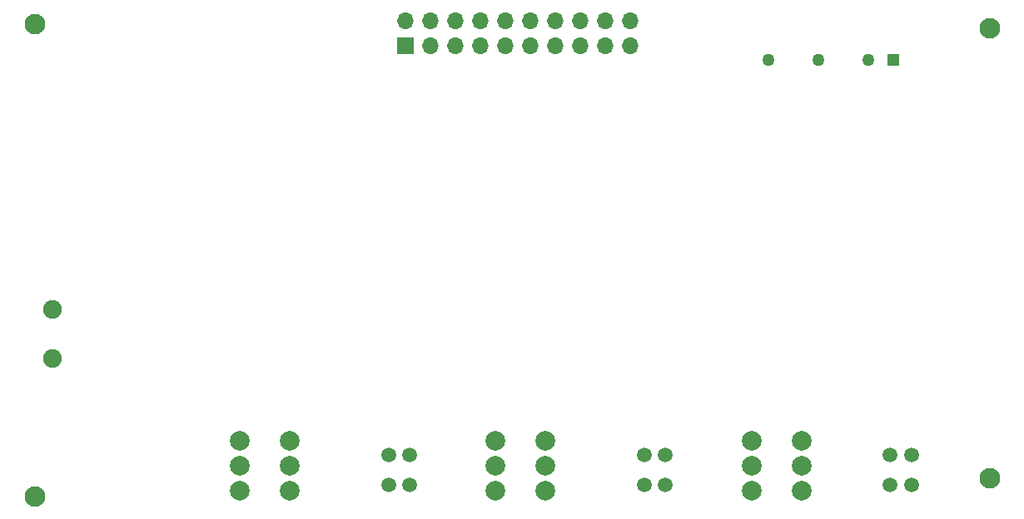
<source format=gbr>
%TF.GenerationSoftware,KiCad,Pcbnew,8.0.1*%
%TF.CreationDate,2024-03-29T13:27:46-04:00*%
%TF.ProjectId,Power_Stage,506f7765-725f-4537-9461-67652e6b6963,rev?*%
%TF.SameCoordinates,Original*%
%TF.FileFunction,Soldermask,Bot*%
%TF.FilePolarity,Negative*%
%FSLAX46Y46*%
G04 Gerber Fmt 4.6, Leading zero omitted, Abs format (unit mm)*
G04 Created by KiCad (PCBNEW 8.0.1) date 2024-03-29 13:27:46*
%MOMM*%
%LPD*%
G01*
G04 APERTURE LIST*
%ADD10C,1.500000*%
%ADD11C,2.100000*%
%ADD12C,1.905000*%
%ADD13R,1.270000X1.270000*%
%ADD14C,1.270000*%
%ADD15C,2.006600*%
%ADD16R,1.700000X1.700000*%
%ADD17O,1.700000X1.700000*%
G04 APERTURE END LIST*
D10*
%TO.C,T1*%
X129000000Y-148900000D03*
X129000000Y-151900000D03*
%TD*%
D11*
%TO.C,H4*%
X90900000Y-153100000D03*
%TD*%
%TO.C,H3*%
X188000000Y-151219799D03*
%TD*%
D12*
%TO.C,J1*%
X92698201Y-134100000D03*
X92698201Y-139100000D03*
%TD*%
D13*
%TO.C,U1*%
X178220000Y-108700000D03*
D14*
X175680000Y-108700000D03*
X170600000Y-108700000D03*
X165520000Y-108700000D03*
%TD*%
D10*
%TO.C,T4*%
X152900000Y-148900000D03*
X152900000Y-151900000D03*
%TD*%
D11*
%TO.C,H2*%
X90900000Y-105000000D03*
%TD*%
D15*
%TO.C,J4*%
X137784003Y-152511300D03*
X142864003Y-152511300D03*
X137784003Y-149971300D03*
X142864003Y-149971300D03*
X137784003Y-147431300D03*
X142864003Y-147431300D03*
%TD*%
D11*
%TO.C,H1*%
X188000000Y-105470000D03*
%TD*%
D10*
%TO.C,T3*%
X155000000Y-148900000D03*
X155000000Y-151900000D03*
%TD*%
%TO.C,T6*%
X177900000Y-148900000D03*
X177900000Y-151900000D03*
%TD*%
%TO.C,T2*%
X126900000Y-148900000D03*
X126900000Y-151900000D03*
%TD*%
D15*
%TO.C,J5*%
X163784002Y-152511300D03*
X168864002Y-152511300D03*
X163784002Y-149971300D03*
X168864002Y-149971300D03*
X163784002Y-147431300D03*
X168864002Y-147431300D03*
%TD*%
%TO.C,J3*%
X116864005Y-147431300D03*
X111784005Y-147431300D03*
X116864005Y-149971300D03*
X111784005Y-149971300D03*
X116864005Y-152511300D03*
X111784005Y-152511300D03*
%TD*%
D10*
%TO.C,T5*%
X180100000Y-148900000D03*
X180100000Y-151900000D03*
%TD*%
D16*
%TO.C,J2*%
X128560000Y-107200000D03*
D17*
X128560000Y-104660000D03*
X131100000Y-107200000D03*
X131100000Y-104660000D03*
X133640000Y-107200000D03*
X133640000Y-104660000D03*
X136180000Y-107200000D03*
X136180000Y-104660000D03*
X138720000Y-107200000D03*
X138720000Y-104660000D03*
X141260000Y-107200000D03*
X141260000Y-104660000D03*
X143800000Y-107200000D03*
X143800000Y-104660000D03*
X146340000Y-107200000D03*
X146340000Y-104660000D03*
X148880000Y-107200000D03*
X148880000Y-104660000D03*
X151420000Y-107200000D03*
X151420000Y-104660000D03*
%TD*%
M02*

</source>
